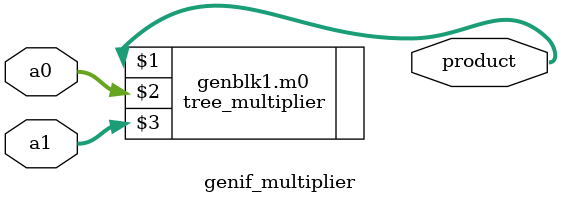
<source format=v>
`timescale 1ns / 1ps

// ±¾Ä£¿éÊµÏÖÒ»¸ö²ÎÊý»¯³Ë·¨Æ÷
module genif_multiplier(product, a0, a1);
// ²ÎÊýÉùÃ÷,¸Ã²ÎÊý¿ÉÒÔÖØÐÂ¶¨Òå
parameter a0_width = 8; // 8-bit bus by default
parameter a1_width = 8; // 8-bit bus by default

// ±¾µØ²ÎÊýÉùÃ÷
// ±¾µØ²ÎÊý²»ÄÜÓÃ²ÎÊýÖØÐÂ¶¨Òå(defparam)ÐÞ¸Ä
// Ò²²»ÄÜÔÚÊµÀýÒýÓÃÊ±Í¨¹ý´«µÝ²ÎÊýÓï¾ä,¼´ #(²ÎÊý1,²ÎÊý2,...)µÄ·½·¨ÐÞ¸Ä
localparam product_width = a0_width + a1_width;

// ¶Ë¿ÚÉùÃ÷Óï¾ä
output [product_width-1:0] product;
input [a0_width-1:0] a0;
input [a1_width-1:0] a1;

// ÓÐÌõ¼þµÄµ÷ÓÃ(ÊµÀýÒýÓÃ)²»Í¬ÀàÐÍµÄ³Ë·¨Æ÷
// ¸ù¾Ý²ÎÊýa0_widthºÍa1_widthµÄÖµ.ÔÚµ÷ÓÃÊ±ÒýÓÃÏà¶ÔÓ¦µÄ³Ë·¨Æ÷ÊµÀý
generate
    if(a0_width < 8 || a1_width < 8)
        cla_multiplier #(a0_width, a1_width) m0 (product, a0, a1);
    else
        tree_multiplier #(a0_width, a1_width) m0 (product, a0, a1);
endgenerate

endmodule

</source>
